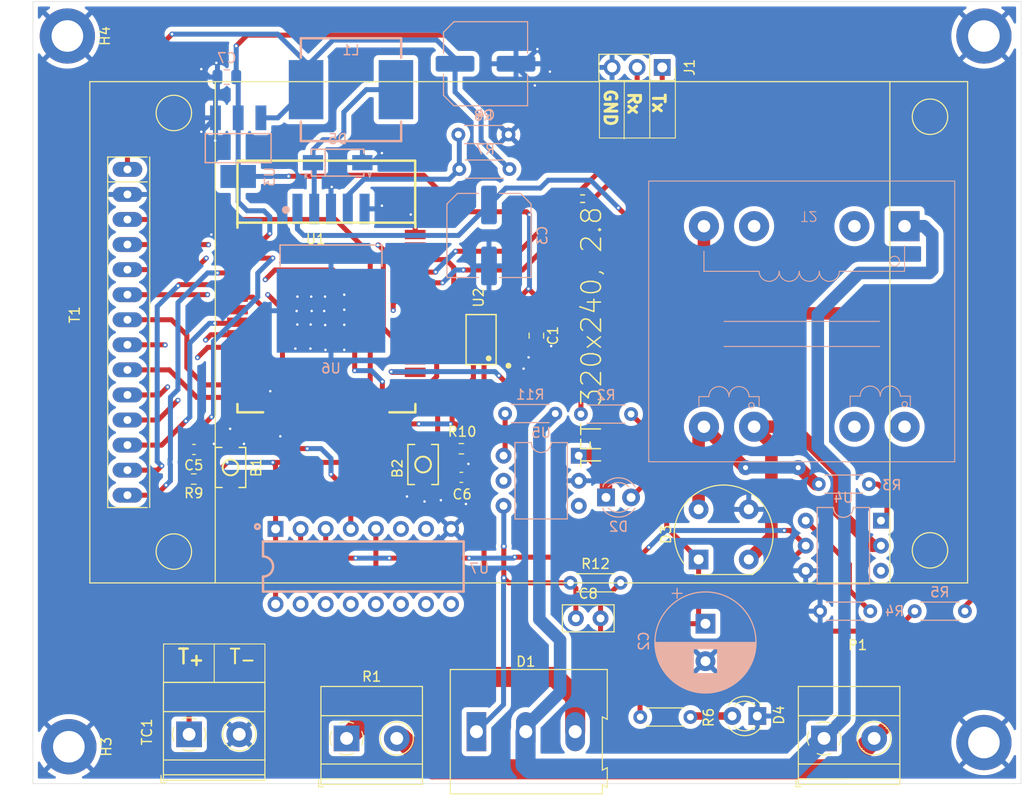
<source format=kicad_pcb>
(kicad_pcb (version 20240108) (generator "pcbnew") (generator_version "8.0")
  (layers (0 "F.Cu" signal) (1 "In1.Cu" signal "espSigal") (2 "In2.Cu" signal "gnd") (31 "B.Cu" signal) (34 "B.Paste" user) (35 "F.Paste" user) (36 "B.SilkS" user "B.Silkscreen") (37 "F.SilkS" user "F.Silkscreen") (38 "B.Mask" user) (39 "F.Mask" user) (44 "Edge.Cuts" user))
  (net 0 "")
  (net 1 "/esp32/EN")
  (net 2 "GND")
  (net 3 "/esp32/Boot")
  (net 4 "+3.3V")
  (net 5 "+12v")
  (net 6 "+5V")
  (net 7 "Fase")
  (net 8 "/modules/shot")
  (net 9 "Net-(D2-A)")
  (net 10 "Net-(D2-K)")
  (net 11 "12_{V_{ac}}")
  (net 12 "12_{NN}")
  (net 13 "Net-(D4-A)")
  (net 14 "Net-(U6-OUT)")
  (net 15 "/esp32/Tx")
  (net 16 "/esp32/Rx")
  (net 17 "Neutro")
  (net 18 "/trigger_Gate")
  (net 19 "Net-(R3-Pad2)")
  (net 20 "Net-(R4-Pad1)")
  (net 21 "Net-(U7-A)")
  (net 22 "Net-(U6-FB)")
  (net 23 "Net-(R11-Pad2)")
  (net 24 "/esp32/MOSI")
  (net 25 "/esp32/T_IRQ")
  (net 26 "/esp32/T_CS")
  (net 27 "/esp32/T_CLK")
  (net 28 "/esp32/MISO")
  (net 29 "/esp32/LED")
  (net 30 "/esp32/D{slash}C")
  (net 31 "/esp32/T_DO")
  (net 32 "/esp32/T_DIN")
  (net 33 "/esp32/CLK")
  (net 34 "/esp32/CS")
  (net 35 "/esp32/RST")
  (net 36 "Net-(TC1-+)")
  (net 41 "/Zero_Cross")
  (net 49 "/esp32/D0")
  (net 51 "/esp32/SCK")
  (net 52 "/esp32/CS_{T}")
  (net 58 "Net-(U7-B)")
  (net 72 "Net-(D1-A1)")
  (footprint "MountingHole:MountingHole_3.2mm_M3_DIN965_Pad" (layer "F.Cu") (at 57.45 123.913 -90)
    (property "Reference" "H3")
    (property "Value" "M3 screw")
  )
  (footprint "TerminalBlock_Phoenix:TerminalBlock_Phoenix_MKDS-1,5-2-5.08_1x02_P5.08mm_Horizontal" (layer "F.Cu") (at 133.93 123.068)
    (property "Reference" "P1")
    (property "Value" "Conn_WallPlug")
  )
  (footprint "Connector_PinSocket_2.54mm:PinSocket_1x03_P2.54mm_Vertical" (layer "F.Cu") (at 117.545 55.07 -90)
    (property "Reference" "J1")
    (property "Value" "UART")
  )
  (footprint "MountingHole:MountingHole_3.2mm_M3_DIN965_Pad" (layer "F.Cu") (at 150.125 123.488 -90)
    (property "Reference" "H2" (hide yes))
    (property "Value" "M3 screw")
  )
  (footprint "Capacitor_SMD:C_0603_1608Metric" (layer "F.Cu") (at 97.2 96.613)
    (property "Reference" "C6")
    (property "Value" "100nF")
  )
  (footprint "Resistor_THT:R_Axial_DIN0204_L3.6mm_D1.6mm_P5.08mm_Horizontal" (layer "F.Cu") (at 120.4 120.9 180)
    (property "Reference" "R6")
    (property "Value" "10K")
  )
  (footprint "Capacitor_SMD:C_0805_2012Metric" (layer "F.Cu") (at 104.8 82.25 -90)
    (property "Reference" "C1")
    (property "Value" "100nF")
  )
  (footprint "TerminalBlock_Phoenix:TerminalBlock_Phoenix_MKDS-1,5-2-5.08_1x02_P5.08mm_Horizontal" (layer "F.Cu") (at 69.6275 122.6565)
    (property "Reference" "TC1")
    (property "Value" "Thermocouple")
  )
  (footprint "MountingHole:MountingHole_3.2mm_M3_DIN965_Pad" (layer "F.Cu") (at 57.3 51.888 -90)
    (property "Reference" "H4")
    (property "Value" "M3 screw" (hide yes))
  )
  (footprint "Resistor_SMD:R_0603_1608Metric" (layer "F.Cu") (at 97.2 93.713 180)
    (property "Reference" "R10")
    (property "Value" "3.3K")
  )
  (footprint "Capacitor_SMD:C_0603_1608Metric" (layer "F.Cu") (at 70.125 93.788)
    (property "Reference" "C5")
    (property "Value" "100nF")
  )
  (footprint "JuanDavid_Library:TFT-320x240" (layer "F.Cu") (at 63.385 81.913 -90)
    (property "Reference" "T1")
    (property "Value" "~")
  )
  (footprint "Diode_THT:Diode_Bridge_Round_D9.8mm" (layer "F.Cu") (at 121.23 104.938 90)
    (property "Reference" "D3")
    (property "Value" "W10G")
  )
  (footprint "LED_THT:LED_D3.0mm" (layer "F.Cu") (at 127.175 120.8 180)
    (property "Reference" "D4")
    (property "Value" "LED")
  )
  (footprint "Resistor_SMD:R_0603_1608Metric" (layer "F.Cu") (at 70.1 96.788 180)
    (property "Reference" "R9")
    (property "Value" "3.3K")
  )
  (footprint "Capacitor_THT:C_Disc_D5.0mm_W2.5mm_P2.50mm" (layer "F.Cu") (at 108.8 110.9)
    (property "Reference" "C8")
    (property "Value" "100n")
  )
  (footprint "TerminalBlock_Phoenix:TerminalBlock_Phoenix_MKDS-1,5-2-5.08_1x02_P5.08mm_Horizontal" (layer "F.Cu") (at 85.58 123.068)
    (property "Reference" "R1")
    (property "Value" "Heater")
  )
  (footprint "JuanDavid_Library:SOIC-8_L4.9-W3.9-P1.27-LS6.0-BL" (layer "F.Cu") (at 99.2 82.65 90)
    (property "Reference" "U2")
    (property "Value" "~")
  )
  (footprint "MountingHole:MountingHole_3.2mm_M3_DIN965_Pad" (layer "F.Cu") (at 150.125 51.888 -90)
    (property "Reference" "H1" (hide yes))
    (property "Value" "M3 screw")
  )
  (footprint "JuanDavid_Library:SW-SMD_L3.9-W2.9-LS4.8" (layer "F.Cu") (at 93.325 95.313 90)
    (property "Reference" "B2")
    (property "Value" "~")
  )
  (footprint "JuanDavid_Library:WIFI-SMD_ESP32-WROOM-32E" (layer "F.Cu") (at 83.525 81.003 -90)
    (property "Reference" "U1")
    (property "Value" "~")
  )
  (footprint "Resistor_THT:R_Axial_DIN0204_L3.6mm_D1.6mm_P5.08mm_Horizontal" (layer "F.Cu") (at 108.25 107.3)
    (property "Reference" "R12")
    (property "Value" "150")
  )
  (footprint "JuanDavid_Library:SW-SMD_L3.9-W2.9-LS4.8" (layer "F.Cu") (at 73.825 95.613 -90)
    (property "Reference" "B1")
    (property "Value" "~")
  )
  (footprint "TerminalBlock:TerminalBlock_Altech_AK300-3_P5.00mm" (layer "F.Cu") (at 98.73 122.388)
    (property "Reference" "D1")
    (property "Value" "Generic_Triac_A1A2G")
  )
  (footprint "JuanDavid_Library:DIP-16_L20.3-W10.2-P2.54-LS10.2-BL" (layer "B.Cu") (at 87.275 105.65)
    (property "Reference" "U7")
    (property "Value" "~")
  )
  (footprint "Package_DIP:DIP-6_W7.62mm" (layer "B.Cu") (at 109.095 94.42 180)
    (property "Reference" "U5")
    (property "Value" "MOC3052M")
  )
  (footprint "Capacitor_THT:CP_Radial_D10.0mm_P3.80mm" (layer "B.Cu") (at 121.925 111.445323 -90)
    (property "Reference" "C2")
    (property "Value" "1000uF")
  )
  (footprint "Resistor_THT:R_Axial_DIN0204_L3.6mm_D1.6mm_P5.08mm_Horizontal" (layer "B.Cu") (at 106.715 90.15 180)
    (property "Reference" "R11")
    (property "Value" "1K")
  )
  (footprint "JuanDavid_Library:AT-010-V" (layer "B.Cu") (at 132.001 80.757)
    (property "Reference" "T2")
    (property "Value" "~")
  )
  (footprint "Capacitor_SMD:C_0805_2012Metric" (layer "B.Cu") (at 73.45 56.05 180)
    (property "Reference" "C7")
    (property "Value" "100nF")
  )
  (footprint "Resistor_THT:R_Axial_DIN0204_L3.6mm_D1.6mm_P5.08mm_Horizontal" (layer "B.Cu") (at 114.39 90.2 180)
    (property "Reference" "R2")
    (property "Value" "220")
  )
  (footprint "Package_DIP:DIP-6_W7.62mm" (layer "B.Cu") (at 139.7 101 180)
    (property "Reference" "U4")
    (property "Value" "H11AA1")
  )
  (footprint "Resistor_THT:R_Axial_DIN0204_L3.6mm_D1.6mm_P5.08mm_Horizontal" (layer "B.Cu") (at 101.975 61.875 180)
    (property "Reference" "R8")
    (property "Value" "3.3K")
  )
  (footprint "Resistor_THT:R_Axial_DIN0204_L3.6mm_D1.6mm_P5.08mm_Horizontal" (layer "B.Cu") (at 148.2 110.175 180)
    (property "Reference" "R5")
    (property "Value" "10K")
  )
  (footprint "Capacitor_SMD:C_Elec_8x6.2" (layer "B.Cu") (at 100 72.1 -90)
    (property "Reference" "C3")
    (property "Value" "470uF")
  )
  (footprint "JuanDavid_Library:SOT-223-3_L6.5-W3.4-P2.30-LS7.0-BR" (layer "B.Cu") (at 74.6 63.15 90)
    (property "Reference" "U3")
    (property "Value" "~")
  )
  (footprint "Capacitor_SMD:C_Elec_8x6.2" (layer "B.Cu") (at 99.65 54.7)
    (property "Reference" "C4")
    (property "Value" "220uF")
  )
  (footprint "LED_THT:LED_D3.0mm" (layer "B.Cu") (at 111.85 98.65)
    (property "Reference" "D2")
    (property "Value" "LED")
  )
  (footprint "JuanDavid_Library:SMA_L4.4-W2.8-LS5.4-R-RD" (layer "B.Cu") (at 84.675 64.725)
    (property "Reference" "D5")
    (property "Value" "~")
  )
  (footprint "JuanDavid_Library:IND-SMD_L10.3-W10.3_1274AS-H-330M" (layer "B.Cu") (at 86.025 57.325 180)
    (property "Reference" "L1")
    (property "Value" "~")
  )
  (footprint "JuanDavid_Library:TO-263-5_L10.2-W8.9-P1.70-BR" (layer "B.Cu") (at 84 74.57 90)
    (property "Reference" "U6")
    (property "Value" "~")
  )
  (footprint "Resistor_THT:R_Axial_DIN0204_L3.6mm_D1.6mm_P5.08mm_Horizontal" (layer "B.Cu") (at 133.4 97.3)
    (property "Reference" "R3")
    (property "Value" "1K")
  )
  (footprint "Resistor_THT:R_Axial_DIN0204_L3.6mm_D1.6mm_P5.08mm_Horizontal" (layer "B.Cu") (at 138.615 110.175 180)
    (property "Reference" "R4")
    (property "Value" "1M")
  )
  (footprint "Resistor_THT:R_Axial_DIN0204_L3.6mm_D1.6mm_P5.08mm_Horizontal" (layer "B.Cu") (at 96.995 65.375)
    (property "Reference" "R7")
    (property "Value" "10K")
  )
  (gr_line (start 72.1735 117.3955) (end 72.1735 113.4985) (stroke (width 0.1)) (layer "F.SilkS"))
  (gr_line (start 116.287 62.23) (end 116.275 56.4) (stroke (width 0.1)) (layer "F.SilkS"))
  (gr_rect (start 67.0395 113.4985) (end 77.3075 117.3955) (stroke (width 0.1)) (fill none) (layer "F.SilkS"))
  (gr_rect (start 111.187 56.4) (end 118.875 62.23) (stroke (width 0.1)) (fill none) (layer "F.SilkS"))
  (gr_line (start 113.705 56.4) (end 113.687 62.33) (stroke (width 0.1)) (layer "F.SilkS"))
  (gr_rect (start 53.809 48.397) (end 153.885 127.645) (stroke (width 0.05)) (fill none) (layer "Edge.Cuts"))
  (gr_text "T_{-}" (at 73.575 115.663 0) (layer "F.SilkS") (effects (font (size 1.5 1.5) (thickness 0.2) (bold yes)) (justify left bottom)))
  (gr_text "Tx\n" (at 116.487 57.555 -90) (layer "F.SilkS") (effects (font (size 1.2 1.2) (thickness 0.3) (bold yes)) (justify left bottom)))
  (gr_text "GND" (at 111.587 57.13 -90) (layer "F.SilkS") (effects (font (size 1.2 1.2) (thickness 0.3) (bold yes)) (justify left bottom)))
  (gr_text "Rx" (at 113.987 57.43 -90) (layer "F.SilkS") (effects (font (size 1.2 1.2) (thickness 0.3) (bold yes)) (justify left bottom)))
  (gr_text "T_{+}" (at 68.325 115.663 0) (layer "F.SilkS") (effects (font (size 1.5 1.5) (thickness 0.25) (bold yes)) (justify left bottom)))
  (segment (start 69.35 93.05) (end 71.9 90.5) (width 0.508) (layer "F.Cu") (net 1))
  (segment (start 69.275 96.788) (end 69.275 93.863) (width 0.508) (layer "F.Cu") (net 1))
  (segment (start 70.4 97.913) (end 69.275 96.788) (width 0.508) (layer "F.Cu") (net 1))
  (segment (start 73.825 97.913) (end 70.4 97.913) (width 0.508) (layer "F.Cu") (net 1))
  (segment (start 69.35 93.788) (end 69.35 93.05) (width 0.508) (layer "F.Cu") (net 1))
  (segment (start 78.1 74.4) (end 74.668 74.4) (width 0.508) (layer "F.Cu") (net 1))
  (segment (start 69.275 93.863) (end 69.35 93.788) (width 0.508) (layer "F.Cu") (net 1))
  (segment (start 74.668 74.4) (end 74.525 74.543) (width 0.508) (layer "F.Cu") (net 1))
  (via (at 71.9 90.5) (size 0.508) (drill 0.254) (layers "F.Cu" "B.Cu") (net 1))
  (via (at 78.1 74.4) (size 0.508) (drill 0.254) (layers "F.Cu" "B.Cu") (net 1))
  (segment (start 72.1 82.822369) (end 76.581 78.341369) (width 0.508) (layer "B.Cu") (net 1))
  (segment (start 72.1 90.3) (end 72.1 82.822369) (width 0.508) (layer "B.Cu") (net 1))
  (segment (start 71.9 90.5) (end 72.1 90.3) (width 0.508) (layer "B.Cu") (net 1))
  (segment (start 76.581 78.341369) (end 76.581 75.919) (width 0.508) (layer "B.Cu") (net 1))
  (segment (start 76.581 75.919) (end 78.1 74.4) (width 0.508) (layer "B.Cu") (net 1))
  (segment (start 74.525 72.003) (end 71.888 72.003) (width 0.508) (layer "F.Cu") (net 2))
  (segment (start 101.97 83.28) (end 102.838 83.28) (width 0.508) (layer "F.Cu") (net 2))
  (segment (start 75.089 93.313) (end 75.184 93.218) (width 0.508) (layer "F.Cu") (net 2))
  (segment (start 104.8 83.2) (end 106.187 83.2) (width 0.508) (layer "F.Cu") (net 2))
  (segment (start 97.975 99.002) (end 97.663 99.314) (width 0.508) (layer "F.Cu") (net 2))
  (segment (start 93.325 97.613) (end 93.325 98.913) (width 0.508) (layer "F.Cu") (net 2))
  (segment (start 93.325 97.613) (end 92.633 97.613) (width 0.508) (layer "F.Cu") (net 2))
  (segment (start 97.975 95.308) (end 97.917 95.25) (width 0.508) (layer "F.Cu") (net 2))
  (segment (start 97.975 96.613) (end 97.975 95.308) (width 0.508) (layer "F.Cu") (net 2))
  (segment (start 93.325 97.613) (end 93.803 97.613) (width 0.508) (layer "F.Cu") (net 2))
  (segment (start 77.815 91.404) (end 78.867 92.456) (width 0.508) (layer "F.Cu") (net 2))
  (segment (start 73.825 93.313) (end 73.825 91.732) (width 0.508) (layer "F.Cu") (net 2))
  (segment (start 102.838 83.28) (end 104.013 84.455) (width 0.508) (layer "F.Cu") (net 2))
  (segment (start 77.815 90.003) (end 77.815 87.92) (width 0.508) (layer "F.Cu") (net 2))
  (segment (start 106.187 83.2) (end 106.299 83.312) (width 0.508) (layer "F.Cu") (net 2))
  (segment (start 77.815 87.92) (end 77.851 87.884) (width 0.508) (layer "F.Cu") (net 2))
  (segment (start 92.525 70.427) (end 92.075 69.977) (width 0.508) (layer "F.Cu") (net 2))
  (segment (start 92.525 72.003) (end 92.525 70.427) (width 0.508) (layer "F.Cu") (net 2))
  (segment (start 71.888 72.003) (end 71.882 72.009) (width 0.508) (layer "F.Cu") (net 2))
  (segment (start 93.325 98.913) (end 93.472 99.06) (width 0.508) (layer "F.Cu") (net 2))
  (segment (start 93.803 97.613) (end 95.123 98.933) (width 0.508) (layer "F.Cu") (net 2))
  (segment (start 70.9 93.788) (end 71.566 93.788) (width 0.508) (layer "F.Cu") (net 2))
  (segment (start 73.825 93.313) (end 75.089 93.313) (width 0.508) (layer "F.Cu") (net 2))
  (segment (start 101.97 84.56) (end 102.467 84.56) (width 0.508) (layer "F.Cu") (net 2))
  (segment (start 102.467 84.56) (end 103.505 85.598) (width 0.508) (layer "F.Cu") (net 2))
  (segment (start 71.566 93.788) (end 72.136 93.218) (width 0.508) (layer "F.Cu") (net 2))
  (segment (start 77.815 90.003) (end 77.815 91.404) (width 0.508) (layer "F.Cu") (net 2))
  (segment (start 92.633 97.613) (end 91.694 98.552) (width 0.508) (layer "F.Cu") (net 2))
  (segment (start 97.975 96.613) (end 97.975 99.002) (width 0.508) (layer "F.Cu") (net 2))
  (segment (start 73.825 91.732) (end 73.787 91.694) (width 0.508) (layer "F.Cu") (net 2))
  (via (at 104.013 84.455) (size 0.508) (drill 0.254) (layers "F.Cu" "B.Cu") (net 2))
  (via (at 83.4136 81.1784) (size 0.508) (drill 0.254) (layers "F.Cu" "B.Cu") (net 2))
  (via (at 71.882 72.009) (size 0.508) (drill 0.254) (layers "F.Cu" "B.Cu") (net 2))
  (via (at 89.154 69.088) (size 0.508) (drill 0.254) (layers "F.Cu" "B.Cu") (net 2))
  (via (at 83.439 83.693) (size 0.508) (drill 0.254) (layers "F.Cu" "B.Cu") (net 2))
  (via (at 85.344 79.629) (size 0.508) (drill 0.254) (layers "F.Cu" "B.Cu") (net 2))
  (via (at 97.663 99.314) (size 0.508) (drill 0.254) (layers "F.Cu" "B.Cu") (net 2))
  (via (at 72.39 54.61) (size 0.508) (drill 0.254) (layers "F.Cu" "B.Cu") (net 2))
  (via (at 85.344 83.693) (size 0.508) (drill 0.254) (layers "F.Cu" "B.Cu") (net 2))
  (via (at 83.312 79.756) (size 0.508) (drill 0.254) (layers "F.Cu" "B.Cu") (net 2))
  (via (at 82.042 79.756) (size 0.508) (drill 0.254) (layers "F.Cu" "B.Cu") (net 2))
  (via (at 103.505 85.598) (size 0.508) (drill 0.254) (layers "F.Cu" "B.Cu") (net 2))
  (via (at 72.263 62.484) (size 0.508) (drill 0.254) (layers "F.Cu" "B.Cu") (net 2))
  (via (at 75.184 93.218) (size 0.508) (drill 0.254) (layers "F.Cu" "B.Cu") (net 2))
  (via (at 83.4 78.3) (size 0.508) (drill 0.254) (layers "F.Cu" "B.Cu") (net 2))
  (via (at 89.154 63.754) (size 0.508) (drill 0.254) (layers "F.Cu" "B.Cu") (net 2))
  (via (at 81.915 83.566) (size 0.508) (drill 0.254) (layers "F.Cu" "B.Cu") (net 2))
  (via (at 81.9404 81.1276) (size 0.508) (drill 0.254) (layers "F.Cu" "B.Cu") (net 2))
  (via (at 84.074 67.183) (size 0.508) (drill 0.254) (layers "F.Cu" "B.Cu") (net 2))
  (via (at 80.391 83.566) (size 0.508) (drill 0.254) (layers "F.Cu" "B.Cu") (net 2))
  (via (at 80.5942 81.1276) (size 0.508) (drill 0.254) (layers "F.Cu" "B.Cu") (net 2))
  (via (at 91.694 98.552) (size 0.508) (drill 0.254) (layers "F.Cu" "B.Cu") (net 2))
  (via (at 80.518 79.756) (size 0.508) (drill 0.254) (layers "F.Cu" "B.Cu") (net 2))
  (via (at 77.851 87.884) (size 0.508) (drill 0.254) (layers "F.Cu" "B.Cu") (net 2))
  (via (at 106.172 55.499) (size 0.508) (drill 0.254) (layers "F.Cu" "B.Cu") (net 2))
  (via (at 97.917 95.25) (size 0.508) (drill 0.254) (layers "F.Cu" "B.Cu") (net 2))
  (via (at 104.902 53.213) (size 0.508) (drill 0.254) (layers "F.Cu" "B.Cu") (net 2))
  (via (at 106.299 83.312) (size 0.508) (drill 0.254) (layers "F.Cu" "B.Cu") (net 2))
  (via (at 104.648 56.896) (size 0.508) (drill 0.254) (layers "F.Cu" "B.Cu") (net 2))
  (via (at 72.136 93.218) (size 0.508) (drill 0.254) (layers "F.Cu" "B.Cu") (net 2))
  (via (at 70.866 61.595) (size 0.508) (drill 0.254) (layers "F.Cu" "B.Cu") (net 2))
  (via (at 93.472 99.06) (size 0.508) (drill 0.254) (layers "F.Cu" "B.Cu") (net 2))
  (via (at 73.787 91.694) (size 0.508) (drill 0.254) (layers "F.Cu" "B.Cu") (net 2))
  (via (at 92.075 69.977) (size 0.508) (drill 0.254) (layers "F.Cu" "B.Cu") (net 2))
  (via (at 70.866 55.245) (size 0.508) (drill 0.254) (layers "F.Cu" "B.Cu") (net 2))
  (via (at 85.344 81.153) (size 0.508) (drill 0.254) (layers "F.Cu" "B.Cu") (net 2))
  (via (at 85.344 78.105) (size 0.508) (drill 0.254) (layers "F.Cu" "B.Cu") (net 2))
  (via (at 78.867 92.456) (size 0.508) (drill 0.254) (layers "F.Cu" "B.Cu") (net 2))
  (via (at 95.123 98.933) (size 0.508) (drill 0.254) (layers "F.Cu" "B.Cu") (net 2))
  (via (at 82 78.3) (size 0.508) (drill 0.254) (layers "F.Cu" "B.Cu") (net 2))
  (via (at 80.6 78.3) (size 0.508) (drill 0.254) (layers "F.Cu" "B.Cu") (net 2))
  (segment (start 72.3 60.18) (end 72.3 62.447) (width 0.508) (layer "B.Cu") (net 2))
  (segment (start 105.373 54.7) (end 106.172 55.499) (width 0.508) (layer "B.Cu") (net 2))
  (segment (start 88.183 64.725) (end 89.154 63.754) (width 0.508) (layer "B.Cu") (net 2))
  (segment (start 102.7375 54.7) (end 105.373 54.7) (width 0.508) (layer "B.Cu") (net 2))
  (segment (start 72.281 60.18) (end 70.866 61.595) (width 0.508) (layer "B.Cu") (net 2))
  (segment (start 72.5 54.72) (end 72.39 54.61) (width 0.508) (layer "B.Cu") (net 2))
  (segment (start 72.5 56.05) (end 72.5 54.72) (width 0.508) (layer "B.Cu") (net 2))
  (segment (start 102.7375 54.7) (end 103.415 54.7) (width 0.508) (layer "B.Cu") (net 2))
  (segment (start 84 69.41) (end 84 67.257) (width 0.508) (layer "B.Cu") (net 2))
  (segment (start 71.671 56.05) (end 70.866 55.245) (width 0.508) (layer "B.Cu") (net 2))
  (segment (start 84 67.257) (end 84.074 67.183) (width 0.508) (layer "B.Cu") (net 2))
  (segment (start 72.3 60.18) (end 72.281 60.18) (width 0.508) (layer "B.Cu") (net 2))
  (segment (start 102.7375 54.9855) (end 104.648 56.896) (width 0.508) (layer "B.Cu") (net 2))
  (segment (start 102.7375 54.7) (end 102.7375 54.9855) (width 0.508) (layer "B.Cu") (net 2))
  (segment (start 87.4 69.41) (end 88.832 69.41) (width 0.508) (layer "B.Cu") (net 2))
  (segment (start 72.3 62.447) (end 72.263 62.484) (width 0.508) (layer "B.Cu") (net 2))
  (segment (start 103.415 54.7) (end 104.902 53.213) (width 0.508) (layer "B.Cu") (net 2))
  (segment (start 88.832 69.41) (end 89.154 69.088) (width 0.508) (layer "B.Cu") (net 2))
  (segment (start 87.175 64.725) (end 88.183 64.725) (width 0.508) (layer "B.Cu") (net 2))
  (segment (start 72.5 56.05) (end 71.671 56.05) (width 0.508) (layer "B.Cu") (net 2))
  (segment (start 95.1 93.013) (end 95.675 93.013) (width 0.508) (layer "F.Cu") (net 3))
  (segment (start 95.1 93.013) (end 94.8 92.713) (width 0.508) (layer "F.Cu") (net 3))
  (segment (start 94.8 88.9) (end 94.413 88.513) (width 0.508) (layer "F.Cu") (net 3))
  (segment (start 94.8 92.713) (end 94.8 88.9) (width 0.508) (layer "F.Cu") (net 3))
  (segment (start 94.413 88.513) (end 92.525 88.513) (width 0.508) (layer "F.Cu") (net 3))
  (segment (start 96.375 93.713) (end 96.375 96.563) (width 0.508) (layer "F.Cu") (net 3))
  (segment (start 93.325 93.013) (end 95.1 93.013) (width 0.508) (layer "F.Cu") (net 3))
  (segment (start 95.675 93.013) (end 96.375 93.713) (width 0.508) (layer "F.Cu") (net 3))
  (segment (start 96.375 96.563) (end 96.425 96.613) (width 0.508) (layer "F.Cu") (net 3))
  (segment (start 83.767 66) (end 91.8 66) (width 0.508) (layer "F.Cu") (net 4))
  (segment (start 101.97 80.75) (end 99.59 80.75) (width 0.508) (layer "F.Cu") (net 4))
  (segment (start 78.385 101.84) (end 78.385 95.385) (width 0.508) (layer "F.Cu") (net 4))
  (segment (start 77.8 71.9) (end 76.427 73.273) (width 0.508) (layer "F.Cu") (net 4))
  (segment (start 104.8 78.3) (end 104 77.5) (width 0.508) (layer "F.Cu") (net 4))
  (segment (start 96.266 88.773) (end 96.266 91.2) (width 0.508) (layer "F.Cu") (net 4))
  (segment (start 96.1 91.2) (end 96.266 91.2) (width 0.508) (layer "F.Cu") (net 4))
  (segment (start 98.425 86.614) (end 96.266 88.773) (width 0.508) (layer "F.Cu") (net 4))
  (segment (start 103.7 69.7) (end 103.8 69.7) (width 0.508) (layer "F.Cu") (net 4))
  (segment (start 83.667 66.1) (end 83.767 66) (width 0.508) (layer "F.Cu") (net 4))
  (segment (start 98.425 81.915) (end 98.425 86.614) (width 0.508) (layer "F.Cu") (net 4))
  (segment (start 101.97 79.53) (end 101.97 80.75) (width 0.508) (layer "F.Cu") (net 4))
  (segment (start 78.385 101.84) (end 78.385 109.46) (width 0.508) (layer "F.Cu") (net 4))
  (segment (start 151.5 106.4) (end 148.2 109.7) (width 0.508) (layer "F.Cu") (net 4))
  (segment (start 70.925 96.788) (end 71.812 96.788) (width 0.508) (layer "F.Cu") (net 4))
  (segment (start 141.8 51.8) (end 151.5 61.5) (width 0.508) (layer "F.Cu") (net 4))
  (segment (start 74.4 52.9) (end 75.5 51.8) (width 0.508) (layer "F.Cu") (net 4))
  (segment (start 98.025 92.625) (end 98.025 93.713) (width 0.508) (layer "F.Cu") (net 4))
  (segment (start 90.2 92.4) (end 91.4 91.2) (width 0.508) (layer "F.Cu") (net 4))
  (segment (start 71.812 96.788) (end 73.5 95.1) (width 0.508) (layer "F.Cu") (net 4))
  (segment (start 87.5 95.1) (end 90.2 92.4) (width 0.508) (layer "F.Cu") (net 4))
  (segment (start 104 77.5) (end 101.97 79.53) (width 0.508) (layer "F.Cu") (net 4))
  (segment (start 78.385 95.385) (end 78.1 95.1) (width 0.508) (layer "F.Cu") (net 4))
  (segment (start 76.427 73.273) (end 74.525 73.273) (width 0.508) (layer "F.Cu") (net 4))
  (segment (start 91.4 91.2) (end 92.9 91.2) (width 0.508) (layer "F.Cu") (net 4))
  (segment (start 96.266 91.2) (end 96.6 91.2) (width 0.508) (layer "F.Cu") (net 4))
  (segment (start 99.59 80.75) (end 98.425 81.915) (width 0.508) (layer "F.Cu") (net 4))
  (segment (start 78.1 95.1) (end 87.5 95.1) (width 0.508) (layer "F.Cu") (net 4))
  (segment (start 79.7 66.1) (end 83.667 66.1) (width 0.508) (layer "F.Cu") (net 4))
  (segment (start 97.1 69.7) (end 103.7 69.7) (width 0.508) (layer "F.Cu") (net 4))
  (segment (start 148.2 109.7) (end 148.2 110.175) (width 0.508) (layer "F.Cu") (net 4))
  (segment (start 104.8 81.3) (end 104.8 78.3) (width 0.508) (layer "F.Cu") (net 4))
  (segment (start 96.6 91.2) (end 98.025 92.625) (width 0.508) (layer "F.Cu") (net 4))
  (segment (start 93.7 66.3) (end 97.1 69.7) (width 0.508) (layer "F.Cu") (net 4))
  (segment (start 151.5 61.5) (end 151.5 106.4) (width 0.508) (layer "F.Cu") (net 4))
  (segment (start 93.4 66) (end 93.7 66.3) (width 0.508) (layer "F.Cu") (net 4))
  (segment (start 103.8 69.7) (end 104.1 70) (width 0.508) (layer "F.Cu") (net 4))
  (segment (start 91.8 66) (end 93.4 66) (width 0.508) (layer "F.Cu") (net 4))
  (segment (start 75.5 51.8) (end 141.8 51.8) (width 0.508) (layer "F.Cu") (net 4))
  (via (at 96.1 91.2) (size 0.508) (drill 0.254) (layers "F.Cu" "B.Cu") (net 4))
  (via (at 92.9 91.2) (size 0.508) (drill 0.254) (layers "F.Cu" "B.Cu") (net 4))
  (via (at 104 77.5) (size 0.508) (drill 0.254) (layers "F.Cu" "B.Cu") (net 4))
  (via (at 73.5 95.1) (size 0.508) (drill 0.254) (layers "F.Cu" "B.Cu") (net 4))
  (via (at 104.1 70) (size 0.508) (drill 0.254) (layers "F.Cu" "B.Cu") (net 4))
  (via (at 74.4 52.9) (size 0.508) (drill 0.254) (layers "F.Cu" "B.Cu") (net 4))
  (via (at 79.7 66.1) (size 0.508) (drill 0.254) (layers "F.Cu" "B.Cu") (net 4))
  (via (at 78.1 95.1) (size 0.508) (drill 0.254) (layers "F.Cu" "B.Cu") (net 4))
  (via (at 77.8 71.9) (size 0.508) (drill 0.254) (layers "F.Cu" "B.Cu") (net 4))
  (segment (start 92.9 91.2) (end 96.1 91.2) (width 0.508) (layer "B.Cu") (net 4))
  (segment (start 74.6 68.7) (end 75.5 69.6) (width 0.508) (layer "B.Cu") (net 4))
  (segment (start 74.6 66.12) (end 79.68 66.12) (width 0.508) (layer "B.Cu") (net 4))
  (segment (start 77.8 70.2) (end 77.8 71.9) (width 0.508) (layer "B.Cu") (net 4))
  (segment (start 75.5 69.6) (end 77.2 69.6) (width 0.508) (layer "B.Cu") (net 4))
  (segment (start 74.6 60.18) (end 74.6 56.25) (width 0.508) (layer "B.Cu") (net 4))
  (segment (start 104.1 70) (end 104.1 77.4) (width 0.508) (layer "B.Cu") (net 4))
  (segment (start 104.1 77.4) (end 104 77.5) (width 0.508) (layer "B.Cu") (net 4))
  (segment (start 79.68 66.12) (end 79.7 66.1) (width 0.508) (layer "B.Cu") (net 4))
  (segment (start 74.6 56.25) (end 74.4 56.05) (width 0.508) (layer "B.Cu") (net 4))
  (segment (start 74.4 52.9) (end 74.4 56.05) (width 0.508) (layer "B.Cu") (net 4))
  (segment (start 74.6 66.12) (end 74.6 68.7) (width 0.508) (layer "B.Cu") (net 4))
  (segment (start 73.5 95.1) (end 78.1 95.1) (width 0.508) (layer "B.Cu") (net 4))
  (segment (start 77.2 69.6) (end 77.8 70.2) (width 0.508) (layer "B.Cu") (net 4))
  (segment (start 74.6 66.12) (end 74.6 60.18) (width 0.508) (layer "B.Cu") (net 4))
  (segment (start 121.23 104.938) (end 118 101.708) (width 0.508) (layer "F.Cu") (net 5))
  (segment (start 115.3 120.88) (end 115.3 115.5) (width 0.508) (layer "F.Cu") (net 5))
  (segment (start 115.3 115.5) (end 119.354677 111.445323) (width 0.508) (layer "F.Cu") (net 5))
  (segment (start 119.354677 111.445323) (end 121.925 111.445323) (width 0.508) (layer "F.Cu") (net 5))
  (segment (start 115.32 120.9) (end 115.3 120.88) (width 0.508) (layer "F.Cu") (net 5))
  (segment (start 118 101.708) (end 118 86.5) (width 0.508) (layer "F.Cu") (net 5))
  (segment (start 121.23 110.750323) (end 121.925 111.445323) (width 0.508) (layer "F.Cu") (net 5))
  (segment (start 118 74.2) (end 113.1 69.3) (width 0.508) (layer "F.Cu") (net 5))
  (segment (start 118 86.5) (end 118 74.2) (width 0.508) (layer "F.Cu") (net 5))
  (segment (start 121.23 104.938) (end 121.23 110.750323) (width 0.508) (layer "F.Cu") (net 5))
  (via (at 113.1 69.3) (size 0.508) (drill 0.254) (layers "F.Cu" "B.Cu") (net 5))
  (segment (start 106 66.5) (end 105.2 67.3) (width 0.508) (layer "B.Cu") (net 5))
  (segment (start 101.7125 67.3) (end 100 69.0125) (width 0.508) (layer "B.Cu") (net 5))
  (segment (start 113.1 69.3) (end 110.3 66.5) (width 0.508) (layer "B.Cu") (net 5))
  (segment (start 96.9125 72.1) (end 81.242 72.1) (width 0.508) (layer "B.Cu") (net 5))
  (segment (start 100 69.0125) (end 96.9125 72.1) (width 0.508) (layer "B.Cu") (net 5))
  (segment (start 110.3 66.5) (end 106 66.5) (width 0.508) (layer "B.Cu") (net 5))
  (segment (start 81.242 72.1) (end 80.6 71.458) (width 0.508) (layer "B.Cu") (net 5))
  (segment (start 105.2 67.3) (end 101.7125 67.3) (width 0.508) (layer "B.Cu") (net 5))
  (segment (start 80.6 71.458) (end 80.6 69.41) (width 0.508) (layer "B.Cu") (net 5))
  (segment (start 67.9 51.7) (end 63.385 56.215) (width 0.508) (layer "F.Cu") (net 6))
  (segment (start 63.385 56.215) (end 63.385 65.403) (width 0.508) (layer "F.Cu") (net 6))
  (via (at 67.9 51.7) (size 0.508) (drill 0.254) (layers "F.Cu" "B.Cu") (net 6))
  (segment (start 102.075 65.375) (end 99.2 62.5) (width 0.508) (layer "B.Cu") (net 6))
  (segment (start 84.2 52.3) (end 81.475 55.025) (width 0.508) (layer "B.Cu") (net 6))
  (segment (start 99.2 62.5) (end 99.2 60.2) (width 0.508) (layer "B.Cu") (net 6))
  (segment (start 81.475 55.025) (end 81.475 57.325) (width 0.508) (layer "B.Cu") (net 6))
  (segment (start 96.5625 57.5625) (end 96.5625 54.7) (width 0.508) (layer "B.Cu") (net 6))
  (segment (start 78.6 51.7) (end 67.9 51.7) (width 0.508) (layer "B.Cu") (net 6))
  (segment (start 78.62 60.18) (end 81.475 57.325) (width 0.508) (layer "B.Cu") (net 6))
  (segment (start 81.475 54.575) (end 78.6 51.7) (width 0.508) (layer "B.Cu") (net 6))
  (segment (start 94.7 52.3) (end 84.2 52.3) (width 0.508) (layer "B.Cu") (net 6))
  (segment (start 81.475 57.325) (end 81.475 54.575) (width 0.508) (layer "B.Cu") (net 6))
  (segment (start 96.5625 54.1625) (end 94.7 52.3) (width 0.508) (layer "B.Cu") (net 6))
  (segment (start 76.9 60.18) (end 78.62 60.18) (width 0.508) (layer "B.Cu") (net 6))
  (segment (start 99.2 60.2) (end 96.5625 57.5625) (width 0.508) (layer "B.Cu") (net 6))
  (segment (start 96.5625 54.7) (end 96.5625 54.1625) (width 0.508) (layer "B.Cu") (net 6))
  (segment (start 137.5 75.9) (end 144.6 75.9) (width 1.27) (layer "B.Cu") (net 7))
  (segment (start 103.7 125.7) (end 103.7 122.418) (width 2.032) (layer "B.Cu") (net 7))
  (segment (start 103.73 121.87) (end 107.2 118.4) (width 1.27) (layer "B.Cu") (net 7))
  (segment (start 136 96.2) (end 133.3 93.5) (width 1.27) (layer "B.Cu") (net 7))
  (segment (start 107.2 113.1) (end 105.1 111) (width 1.27) (layer "B.Cu") (net 7))
  (segment (start 136 120.998) (end 136 96.2) (width 1.27) (layer "B.Cu") (net 7))
  (segment (start 103.7 125.7) (end 104.129 126.129) (width 2.032) (layer "B.Cu") (net 7))
  (segment (start 104.129 126.129) (end 130.869 126.129) (width 2.032) (layer "B.Cu") (net 7))
  (segment (start 144.9 75.6) (end 144.9 72) (width 1.27) (layer "B.Cu") (net 7))
  (segment (start 106.715 90.15) (end 105.1 91.765) (width 1.27) (layer "B.Cu") (net 7))
  (segment (start 133.93 123.068) (end 136 120.998) (width 1.27) (layer "B.Cu") (net 7))
  (segment (start 133.3 80.1) (end 137.5 75.9) (width 1.27) (layer "B.Cu") (net 7))
  (segment (start 103.7 122.418) (end 103.73 122.388) (width 1.27) (layer "B.Cu") (net 7))
  (segment (start 105.1 91.765) (end 105.1 111) (width 1.27) (layer "B.Cu") (net 7))
  (segment (start 130.869 126.129) (end 133.93 123.068) (width 2.032) (layer "B.Cu") (net 7))
  (segment (start 107.2 118.4) (end 107.2 113.1) (width 1.27) (layer "B.Cu") (net 7))
  (segment (start 144.061 71.161) (end 142.089 71.161) (width 1.27) (layer "B.Cu") (net 7))
  (segment (start 103.73 122.388) (end 103.73 121.87) (width 1.27) (layer "B.Cu") (net 7))
  (segment (start 144.9 72) (end 144.061 71.161) (width 1.27) (layer "B.Cu") (net 7))
  (segment (start 144.6 75.9) (end 144.9 75.6) (width 1.27) (layer "B.Cu") (net 7))
  (segment (start 133.3 93.5) (end 133.3 80.1) (width 1.27) (layer "B.Cu") (net 7))
  (segment (start 108.8 110.9) (end 108.8 107.85) (width 0.508) (layer "F.Cu") (net 8))
  (segment (start 108.8 107.85) (end 108.25 107.3) (width 0.508) (layer "F.Cu") (net 8))
  (segment (start 101.5 106.8) (end 101.5 103.6) (width 0.508) (layer "F.Cu") (net 8))
  (segment (start 102 107.3) (end 101.5 106.8) (width 0.508) (layer "F.Cu") (net 8))
  (segment (start 108.25 107.3) (end 102 107.3) (width 0.508) (layer "F.Cu") (net 8))
  (via (at 101.5 103.6) (size 0.6) (drill 0.3) (layers "F.Cu" "B.Cu") (net 8))
  (via (at 101.5 106.8) (size 0.6) (drill 0.3) (layers "F.Cu" "B.Cu") (net 8))
  (segment (start 101.5 103.6) (end 101.5 99.525) (width 0.508) (layer "B.Cu") (net 8))
  (segment (start 101.5 99.525) (end 101.475 99.5) (width 0.508) (layer "B.Cu") (net 8))
  (segment (start 101.475 106.825) (end 101.5 106.8) (width 0.508) (layer "B.Cu") (net 8))
  (segment (start 101.475 119.643) (end 101.475 106.825) (width 0.508) (layer "B.Cu") (net 8))
  (segment (start 101.475 119.643) (end 98.73 122.388) (width 0.508) (layer "B.Cu") (net 8))
  (segment (start 115.951 91.821) (end 115.951 91.761) (width 0.508) (layer "F.Cu") (net 9))
  (segment (start 115.951 91.761) (end 114.39 90.2) (width 0.508) (layer "F.Cu") (net 9))
  (segment (start 116.078 91.948) (end 115.951 91.821) (width 0.508) (layer "F.Cu") (net 9))
  (segment (start 114.39 98.65) (end 116.078 96.962) (width 0.508) (layer "F.Cu") (net 9))
  (segment (start 116.078 96.962) (end 116.078 91.948) (width 0.508) (layer "F.Cu") (net 9))
  (segment (start 109.095 94.42) (end 110.32 94.42) (width 1.27) (layer "F.Cu") (net 10))
  (segment (start 110.32 94.42) (end 111.85 95.95) (width 1.27) (layer "F.Cu") (net 10))
  (segment (start 111.85 95.95) (end 111.85 98.65) (width 1.27) (layer "F.Cu") (net 10))
  (segment (start 125.888 95.6) (end 121.769 91.481) (width 1.27) (layer "F.Cu") (net 11))
  (segment (start 126 95.6) (end 125.984 95.631) (width 1.27) (layer "F.Cu") (net 11))
  (segment (start 121.23 92.02) (end 121.769 91.481) (width 1.27) (layer "F.Cu") (net 11))
  (segment (start 121.23 99.858) (end 121.23 92.02) (width 1.27) (layer "F.Cu") (net 11))
  (segment (start 125.984 95.631) (end 125.888 95.6) (width 1.27) (layer "F.Cu") (net 11))
  (segment (start 133.4 97.3) (end 133.1 97.3) (width 1.27) (layer "F.Cu") (net 11))
  (segment (start 133.1 97.3) (end 131.4 95.6) (width 1.27) (layer "F.Cu") (net 11))
  (via (at 125.984 95.631) (size 1.524) (drill 0.508) (layers "F.Cu" "B.Cu") (net 11))
  (via (at 131.318 95.631) (size 1.524) (drill 0.508) (layers "F.Cu" "B.Cu") (net 11))
  (segment (start 131.287 95.6) (end 126 95.6) (width 1.27) (layer "B.Cu") (net 11))
  (segment (start 131.349 95.6) (end 131.318 95.631) (width 0.508) (layer "B.Cu") (net 11))
  (segment (start 131.318 95.631) (end 131.287 95.6) (width 1.27) (layer "B.Cu") (net 11))
  (segment (start 131.4 95.6) (end 131.349 95.6) (width 0.508) (layer "B.Cu") (net 11))
  (segment (start 135.4 96.1) (end 130.781 91.481) (width 1.27) (layer "F.Cu") (net 12))
  (segment (start 139.7 103.54) (end 138.84 103.54) (width 1.27) (layer "F.Cu") (net 12))
  (segment (start 126.849 91.481) (end 128.6 93.232) (width 1.27) (layer "F.Cu") (net 12))
  (segment (start 128.6 102.648) (end 126.31 104.938) (width 1.27) (layer "F.Cu") (net 12))
  (segment (start 130.781 91.481) (end 126.849 91.481) (width 1.27) (layer "F.Cu") (net 12))
  (segment (start 135.4 100.1) (end 135.4 96.1) (width 1.27) (layer "F.Cu") (net 12))
  (segment (start 138.84 103.54) (end 135.4 100.1) (width 1.27) (layer "F.Cu") (net 12))
  (segment (start 128.6 93.232) (end 128.6 102.648) (width 1.27) (layer "F.Cu") (net 12))
  (segment (start 120.5 120.8) (end 120.4 120.9) (width 0.762) (layer "F.Cu") (net 13))
  (segment (start 124.635 120.8) (end 120.5 120.8) (width 0.762) (layer "F.Cu") (net 13))
  (segment (start 85.3 61.7) (end 85.3 59.6) (width 0.508) (layer "B.Cu") (net 14))
  (segment (start 82.3 64.85) (end 82.175 64.725) (width 0.508) (layer "B.Cu") (net 14))
  (segment (start 82.175 64.725) (end 82.175 63.425) (width 0.508) (layer "B.Cu") (net 14))
  (segment (start 87.575 57.325) (end 90.575 57.325) (width 0.508) (layer "B.Cu") (net 14))
  (segment (start 85.3 59.6) (end 87.575 57.325) (width 0.508) (layer "B.Cu") (net 14))
  (segment (start 82.175 63.425) (end 83.2 62.4) (width 0.508) (layer "B.Cu") (net 14))
  (segment (start 82.3 69.41) (end 82.3 64.85) (width 0.508) (layer "B.Cu") (net 14))
  (segment (start 83.2 62.4) (end 84.6 62.4) (width 0.508) (layer "B.Cu") (net 14))
  (segment (start 84.6 62.4) (end 85.3 61.7) (width 0.508) (layer "B.Cu") (net 14))
  (segment (start 95.3 76.9) (end 92.708 76.9) (width 0.508) (layer "F.Cu") (net 15))
  (segment (start 103.4 75.6) (end 97.4 75.6) (width 0.508) (layer "F.Cu") (net 15))
  (segment (start 117.545 55.07) (end 117.545 61.455) (width 0.508) (layer "F.Cu") (net 15))
  (segment (start 117.545 61.455) (end 103.4 75.6) (width 0.508) (layer "F.Cu") (net 15))
  (segment (start 92.708 76.9) (end 92.525 77.083) (width 0.508) (layer "F.Cu") (net 15))
  (via (at 95.3 76.9) (size 0.508) (drill 0.254) (layers "F.Cu" "B.Cu") (net 15))
  (via (at 97.4 75.6) (size 0.508) (drill 0.254) (layers "F.Cu" "B.Cu") (net 15))
  (segment (start 96.6 75.6) (end 95.3 76.9) (width 0.508) (layer "B.Cu") (net 15))
  (segment (start 97.4 75.6) (end 96.6 75.6) (width 0.508) (layer "B.Cu") (net 15))
  (segment (start 96.6 73.7) (end 103.1 73.7) (width 0.508) (layer "F.Cu") (net 16))
  (segment (start 92.525 75.813) (end 94.587 75.813) (width 0.508) (layer "F.Cu") (net 16))
  (segment (start 103.1 73.7) (end 115.005 61.795) (width 0.508) (layer "F.Cu") (net 16))
  (segment (start 115.005 61.795) (end 115.005 55.07) (width 0.508) (layer "F.Cu") (net 16))
  (segment (start 94.587 75.813) (end 94.6 75.8) (width 0.508) (layer "F.Cu") (net 16))
  (via (at 94.6 75.8) (size 0.508) (drill 0.254) (layers "F.Cu" "B.Cu") (net 16))
  (via (at 96.6 73.7) (size 0.508) (drill 0.254) (layers "F.Cu" "B.Cu") (net 16))
  (segment (start 94.6 75.7) (end 96.6 73.7) (width 0.508) (layer "B.Cu") (net 16))
  (segment (start 94.6 75.8) (end 94.6 75.7) (width 0.508) (layer "B.Cu") (net 16))
  (segment (start 135.878 126.2) (end 139.01 123.068) (width 2.032) (layer "F.Cu") (net 17))
  (segment (start 94.3 126.2) (end 135.878 126.2) (width 2.032) (layer "F.Cu") (net 17))
  (segment (start 141.1 80) (end 127.4 80) (width 1.27) (layer "F.Cu") (net 17))
  (segment (start 90.66 123.068) (end 91.168 123.068) (width 1.27) (layer "F.Cu") (net 17))
  (segment (start 145.8 116.278) (end 145.8 84.7) (width 1.27) (layer "F.Cu") (net 17))
  (segment (start 145.8 84.7) (end 141.1 80) (width 1.27) (layer "F.Cu") (net 17))
  (segment (start 121.769 74.369) (end 121.769 71.161) (width 1.27) (layer "F.Cu") (net 17))
  (segment (start 139.01 123.068) (end 145.8 116.278) (width 1.27) (layer "F.Cu") (net 17))
  (segment (start 127.4 80) (end 121.769 74.369) (width 1.27) (layer "F.Cu") (net 17))
  (segment (start 91.168 123.068) (end 94.3 126.2) (width 2.032) (layer "F.Cu") (net 17))
  (segment (start 101 86.3) (end 101.8 87.1) (width 0.508) (layer "F.Cu") (net 18))
  (segment (start 90.173 85.973) (end 90.1 85.9) (width 0.508) (layer "F.Cu") (net 18))
  (segment (start 101.8 87.1) (end 107.8 87.1) (width 0.508) (layer "F.Cu") (net 18))
  (segment (start 109.31 88.61) (end 109.31 90.2) (width 0.508) (layer "F.Cu") (net 18))
  (segment (start 92.525 85.973) (end 90.173 85.973) (width 0.508) (layer "F.Cu") (net 18))
  (segment (start 107.8 87.1) (end 109.31 88.61) (width 0.508) (layer "F.Cu") (net 18))
  (via (at 101 86.3) (size 0.508) (drill 0.254) (layers "F.Cu" "B.Cu") (net 18))
  (via (at 90.1 85.9) (size 0.508) (drill 0.254) (layers "F.Cu" "B.Cu") (net 18))
  (segment (start 100.6 85.9) (end 101 86.3) (width 0.508) (layer "B.Cu") (net 18))
  (segment (start 90.1 85.9) (end 100.6 85.9) (width 0.508) (layer "B.Cu") (net 18))
  (segment (start 140.3 98.2) (end 140.3 100.4) (width 0.508) (layer "F.Cu") (net 19))
  (segment (start 138.48 97.3) (end 139.4 97.3) (width 0.508) (layer "F.Cu") (net 19))
  (segment (start 140.3 100.4) (end 139.7 101) (width 0.508) (layer "F.Cu") (net 19))
  (segment (start 139.4 97.3) (end 140.3 98.2) (width 0.508) (layer "F.Cu") (net 19))
  (segment (start 136.5 108.06) (end 136.5 105.42) (width 0.508) (layer "F.Cu") (net 20))
  (segment (start 136.5 105.42) (end 132.08 101) (width 0.508) (layer "F.Cu") (net 20))
  (segment (start 138.615 110.175) (end 136.5 108.06) (width 0.508) (layer "F.Cu") (net 20))
  (segment (start 129.9 102) (end 130.54 102) (width 0.508) (layer "F.Cu") (net 21))
  (segment (start 129.8 110.3) (end 131.7 112.2) (width 0.508) (layer "F.Cu") (net 21))
  (segment (start 84.6 104.8) (end 86.5 104.8) (width 0.508) (layer "F.Cu") (net 21))
  (segment (start 129.8 105.82) (end 129.8 110.3) (width 0.508) (layer "F.Cu") (net 21))
  (segment (start 132.08 103.54) (end 129.8 105.82) (width 0.508) (layer "F.Cu") (net 21))
  (segment (start 83.465 103.665) (end 84.6 104.8) (width 0.508) (layer "F.Cu") (net 21))
  (segment (start 89.9 104.8) (end 98 104.8) (width 0.508) (layer "F.Cu") (net 21))
  (segment (start 141.095 112.2) (end 143.12 110.175) (width 0.508) (layer "F.Cu") (net 21))
  (segment (start 131.7 112.2) (end 141.095 112.2) (width 0.508) (layer "F.Cu") (net 21))
  (segment (start 83.465 101.84) (end 83.465 103.665) (width 0.508) (layer "F.Cu") (net 21))
  (segment (start 130.54 102) (end 132.08 103.54) (width 0.508) (layer "F.Cu") (net 21))
  (segment (start 102.6 104.7) (end 115.2 104.7) (width 0.508) (layer "F.Cu") (net 21))
  (segment (start 115.2 104.7) (end 116.2 103.7) (width 0.508) (layer "F.Cu") (net 21))
  (via (at 98 104.8) (size 0.508) (drill 0.254) (layers "F.Cu" "B.Cu") (net 21))
  (via (at 102.6 104.7) (size 0.508) (drill 0.254) (layers "F.Cu" "B.Cu") (net 21))
  (via (at 129.9 102) (size 0.508) (drill 0.254) (layers "F.Cu" "B.Cu") (net 21))
  (via (at 89.9 104.8) (size 0.508) (drill 0.254) (layers "F.Cu" "B.Cu") (net 21))
  (via (at 86.5 104.8) (size 0.508) (drill 0.254) (layers "F.Cu" "B.Cu") (net 21))
  (via (at 116.2 103.7) (size 0.508) (drill 0.254) (layers "F.Cu" "B.Cu") (net 21))
  (segment (start 102.5 104.8) (end 102.6 104.7) (width 0.508) (layer "B.Cu") (net 21))
  (segment (start 116.2 103.7) (end 117.9 102) (width 0.508) (layer "B.Cu") (net 21))
  (segment (start 117.9 102) (end 129.9 102) (width 0.508) (layer "B.Cu") (net 21))
  (segment (start 98 104.8) (end 102.5 104.8) (width 0.508) (layer "B.Cu") (net 21))
  (segment (start 86.5 104.8) (end 89.9 104.8) (width 0.508) (layer "B.Cu") (net 21))
  (segment (start 85.7 68.044) (end 87.344 66.4) (width 0.508) (layer "B.Cu") (net 22))
  (segment (start 96.995 61.975) (end 96.895 61.875) (width 0.508) (layer "B.Cu") (net 22))
  (segment (start 96.995 65.375) (end 96.995 61.975) (width 0.508) (layer "B.Cu") (net 22))
  (segment (start 95.97 66.4) (end 96.995 65.375) (width 0.508) (layer "B.Cu") (net 22))
  (segment (start 85.7 69.41) (end 85.7 68.044) (width 0.508) (layer "B.Cu") (net 22))
  (segment (start 87.344 66.4) (end 95.97 66.4) (width 0.508) (layer "B.Cu") (net 22))
  (segment (start 101.635 90.15) (end 101.635 94.26) (width 0.508) (layer "F.Cu") (net 23))
  (segment (start 101.635 94.26) (end 101.475 94.42) (width 0.508) (layer "F.Cu") (net 23))
  (segment (start 71.497 78.103) (end 71.5 78.1) (width 0.508) (layer "F.Cu") (net 24))
  (segment (start 79.085 79.588) (end 79.085 90.003) (width 0.508) (layer "F.Cu") (net 24))
  (segment (start 63.385 78.103) (end 71.497 78.103) (width 0.508) (layer "F.Cu") (net 24))
  (segment (start 77.597 78.1) (end 79.085 79.588) (width 0.508) (layer "F.Cu") (net 24))
  (via (at 77.597 78.1) (size 0.508) (drill 0.254) (layers "F.Cu" "B.Cu") (net 24))
  (via (at 71.5 78.1) (size 0.508) (drill 0.254) (layers "F.Cu" "B.Cu") (net 24))
  (segment (start 63.385 98.423) (end 66.277 98.423) (width 0.508) (layer "F.Cu") (net 25))
  (segment (start 74.438 75.9) (end 74.525 75.813) (width 0.508) (layer "F.Cu") (net 25))
  (segment (start 66.277 98.423) (end 67.3 97.4) (width 0.508) (layer "F.Cu") (net 25))
  (segment (start 72.5 75.9) (end 74.438 75.9) (width 0.508) (layer "F.Cu") (net 25))
  (via (at 72.5 75.9) (size 0.508) (drill 0.254) (layers "F.Cu" "B.Cu") (net 25))
  (via (at 67.3 97.4) (size 0.508) (drill 0.254) (layers "F.Cu" "B.Cu") (net 25))
  (segment (start 67.7 95.3) (end 67.738 95.338) (width 0.508) (layer "B.Cu") (net 25))
  (segment (start 67.738 94.760369) (end 67.7 94.798369) (width 0.508) (layer "B.Cu") (net 25))
  (segment (start 67.738 95.338) (end 67.738 96.962) (width 0.508) (layer "B.Cu") (net 25))
  (segment (start 68.5 87.722369) (end 67.738 88.484369) (width 0.508) (layer "B.Cu") (net 25))
  (segment (start 67.7 94.798369) (end 67.7 95.3) (width 0.508) (layer "B.Cu") (net 25))
  (segment (start 67.738 88.484369) (end 67.738 94.760369) (width 0.508) (layer "B.Cu") (net 25))
  (segment (start 71.5 75.9) (end 68.5 78.9) (width 0.508) (layer "B.Cu") (net 25))
  (segment (start 72.5 75.9) (end 71.5 75.9) (width 0.508) (layer "B.Cu") (net 25))
  (segment (start 68.5 78.9) (end 68.5 87.722369) (width 0.508) (layer "B.Cu") (net 25))
  (segment (start 67.738 96.962) (end 67.3 97.4) (width 0.508) (layer "B.Cu") (net 25))
  (segment (start 71.837 82.163) (end 74.525 82.163) (width 0.508) (layer "F.Cu") (net 26))
  (segment (start 66.497 90.803) (end 68.5 88.8) (width 0.508) (layer "F.Cu") (net 26))
  (segment (start 71.3 82.7) (end 71.837 82.163) (width 0.508) (layer "F.Cu") (net 26))
  (segment (start 63.385 90.803) (end 66.497 90.803) (width 0.508) (layer "F.Cu") (net 26))
  (via (at 68.5 88.8) (size 0.508) (drill 0.254) (layers "F.Cu" "B.Cu") (net 26))
  (via (at 71.3 82.7) (size 0.508) (drill 0.254) (layers "F.Cu" "B.Cu") (net 26))
  (segment (start 67.45 87.45) (end 66.637 88.263) (width 0.508) (layer "F.Cu") (net 27))
  (segment (start 66.637 88.263) (end 63.385 88.263) (width 0.508) (layer "F.Cu") (net 27))
  (segment (start 71.529 83.433) (end 74.525 83.433) (width 0.508) (layer "F.Cu") (net 27))
  (segment (start 70.481 84.481) (end 71.529 83.433) (width 0.508) (layer "F.Cu") (net 27))
  (via (at 67.45 87.45) (size 0.508) (drill 0.254) (layers "F.Cu" "B.Cu") (net 27))
  (via (at 70.481 84.481) (size 0.508) (drill 0.254) (layers "F.Cu" "B.Cu") (net 27))
  (segment (start 63.385 85.723) (end 67.623 85.723) (width 0.508) (layer "F.Cu") (net 28))
  (segment (start 67.623 85.723) (end 70.413 88.513) (width 0.508) (layer "F.Cu") (net 28))
  (segment (start 70.413 88.513) (end 74.525 88.513) (width 0.508) (layer "F.Cu") (net 28))
  (segment (start 67.183 83.183) (end 67.2 83.2) (width 0.508) (layer "F.Cu") (net 29))
  (segment (start 90.967 78.353) (end 92.525 78.353) (width 0.508) (layer "F.Cu") (net 29))
  (segment (start 63.385 83.183) (end 67.183 83.183) (width 0.508) (layer "F.Cu") (net 29))
  (segment (start 90.3 79.02) (end 90.967 78.353) (width 0.508) (layer "F.Cu") (net 29))
  (segment (start 90.3 79.7) (end 90.3 79.02) (width 0.508) (layer "F.Cu") (net 29))
  (via (at 67.2 83.2) (size 0.508) (drill 0.254) (layers "F.Cu" "B.Cu") (net 29))
  (via (at 90.3 79.7) (size 0.508) (drill 0.254) (layers "F.Cu" "B.Cu") (net 29))
  (segment (start 86.4 77.8) (end 86.4 85.8) (width 0.508) (layer "F.Cu") (net 30))
  (segment (start 84.2 75.6) (end 86.4 77.8) (width 0.508) (layer "F.Cu") (net 30))
  (segment (start 78.324 75.6) (end 84.2 75.6) (width 0.508) (layer "F.Cu") (net 30))
  (segment (start 63.385 75.563) (end 70.2 75.563) (width 0.508) (layer "F.Cu") (net 30))
  (segment (start 70.2 75.563) (end 71.363 74.4) (width 0.508) (layer "F.Cu") (net 30))
  (segment (start 89.2 86.9) (end 89.2 89.958) (width 0.508) (layer "F.Cu") (net 30))
  (segment (start 77.343 76.581) (end 78.324 75.6) (width 0.508) (layer "F.Cu") (net 30))
  (segment (start 89.2 89.958) (end 89.245 90.003) (width 0.508) (layer "F.Cu") (net 30))
  (via (at 71.363 74.4) (size 0.508) (drill 0.254) (layers "F.Cu" "B.Cu") (net 30))
  (via (at 86.4 85.8) (size 0.508) (drill 0.254) (layers "F.Cu" "B.Cu") (net 30))
  (via (at 77.343 76.581) (size 0.508) (drill 0.254) (layers "F.Cu" "B.Cu") (net 30))
  (via (at 89.2 86.9) (size 0.508) (drill 0.254) (layers "F.Cu" "B.Cu") (net 30))
  (segment (start 86.4 85.8) (end 88.1 85.8) (width 0.508) (layer "B.Cu") (net 30))
  (segment (start 88.1 85.8) (end 89.2 86.9) (width 0.508) (layer "B.Cu") (net 30))
  (segment (start 68.617 77.083) (end 74.525 77.083) (width 0.508) (layer "F.Cu") (net 31))
  (segment (start 66.85 95.45) (end 66.417 95.883) (width 0.508) (layer "F.Cu") (net 31))
  (segment (start 68.5 77.2) (end 68.617 77.083) (width 0.508) (layer "F.Cu") (net 31))
  (segment (start 66.417 95.883) (end 63.385 95.883) (width 0.508) (layer "F.Cu") (net 31))
  (via (at 68.5 77.2) (size 0.508) (drill 0.254) (layers "F.Cu" "B.Cu") (net 31))
  (via (at 66.85 95.45) (size 0.508) (drill 0.254) (layers "F.Cu" "B.Cu") (net 31))
  (segment (start 66.85 95.45) (end 66.4 95) (width 0.508) (layer "B.Cu") (net 31))
  (segment (start 66.4 95) (end 66.4 79.3) (width 0.508) (layer "B.Cu") (net 31))
  (segment (start 66.4 79.3) (end 68.5 77.2) (width 0.508) (layer "B.Cu") (net 31))
  (segment (start 72.2 81) (end 74.418 81) (width 0.508) (layer "F.Cu") (net 32))
  (segment (start 66.857 93.343) (end 69.3 90.9) (width 0.508) (layer "F.Cu") (net 32))
  (segment (start 74.418 81) (end 74.525 80.893) (width 0.508) (layer "F.Cu") (net 32))
  (segment (start 63.385 93.343) (end 66.857 93.343) (width 0.508) (layer "F.Cu") (net 32))
  (via (at 69.3 90.9) (size 0.508) (drill 0.254) (layers "F.Cu" "B.Cu") (net 32))
  (via (at 72.2 81) (size 0.508) (drill 0.254) (layers "F.Cu" "B.Cu") (net 32))
  (segment (start 71.7 81) (end 72.2 81) (width 0.508) (layer "B.Cu") (net 32))
  (segment (start 69.3 90.9) (end 69.7 90.5) (width 0.508) (layer "B.Cu") (net 32))
  (segment (start 69.7 90.5) (end 69.7 83) (width 0.508) (layer "B.Cu") (net 32))
  (segment (start 69.7 83) (end 71.7 81) (width 0.508) (layer "B.Cu") (net 32))
  (segment (start 67.843 80.643) (end 69.4 82.2) (width 0.508) (layer "F.Cu") (net 33))
  (segment (start 69.4 85.5) (end 71.143 87.243) (width 0.508) (layer "F.Cu") (net 33))
  (segment (start 63.385 80.643) (end 67.843 80.643) (width 0.508) (layer "F.Cu") (net 33))
  (segment (start 71.143 87.243) (end 74.525 87.243) (width 0.508) (layer "F.Cu") (net 33))
  (segment (start 69.4 82.2) (end 69.4 85.5) (width 0.508) (layer "F.Cu") (net 33))
  (segment (start 87.975 74) (end 87.975 90.003) (width 0.508) (layer "F.Cu") (net 34))
  (segment (start 84.458 70.483) (end 87.975 74) (width 0.508) (layer "F.Cu") (net 34))
  (segment (start 63.385 70.483) (end 84.458 70.483) (width 0.508) (layer "F.Cu") (net 34))
  (segment (start 89.3 73.55) (end 89.3 81.479) (width 0.508) (layer "F.Cu") (net 35))
  (segment (start 88.75 73.075) (end 88.825 73.075) (width 0.508) (layer "F.Cu") (net 35))
  (segment (start 88.825 73.075) (end 89.3 73.55) (width 0.508) (layer "F.Cu") (net 35))
  (segment (start 89.3 81.479) (end 91.254 83.433) (width 0.508) (layer "F.Cu") (net 35))
  (segment (start 71.573 73.023) (end 71.6 73.05) (width 0.508) (layer "F.Cu") (net 35))
  (segment (start 91.254 83.433) (end 92.525 83.433) (width 0.508) (layer "F.Cu") (net 35))
  (segment (start 63.385 73.023) (end 71.573 73.023) (width 0.508) (layer "F.Cu") (net 35))
  (via (at 88.75 73.075) (size 0.508) (drill 0.254) (layers "F.Cu" "B.Cu") (net 35))
  (via (at 71.6 73.05) (size 0.508) (drill 0.254) (layers "F.Cu" "B.Cu") (net 35))
  (segment (start 95.2 114.5) (end 72.5 114.5) (width 0.508) (layer "F.Cu") (net 36))
  (segment (start 99.5 110.2) (end 95.2 114.5) (width 0.508) (layer "F.Cu") (net 36))
  (segment (start 99.5 83.76) (end 99.5 110.2) (width 0.508) (layer "F.Cu") (net 36))
  (segment (start 69.6275 117.3725) (end 69.6275 122.6565) (width 0.508) (layer "F.Cu") (net 36))
  (segment (start 101.24 82.02) (end 99.5 83.76) (width 0.508) (layer "F.Cu") (net 36))
  (segment (start 101.97 82.02) (end 101.24 82.02) (width 0.508) (layer "F.Cu") (net 36))
  (segment (start 72.5 114.5) (end 69.6275 117.3725) (width 0.508) (layer "F.Cu") (net 36))
  (segment (start 76.7 86.8) (end 76.4 87.1) (width 0.508) (layer "F.Cu") (net 41))
  (segment (start 84 96.3) (end 86.005 98.305) (width 0.508) (layer "F.Cu") (net 41))
  (segment (start 74.525 78.353) (end 76.083 78.353) (width 0.508) (layer "F.Cu") (net 41))
  (segment (start 86.005 98.305) (end 86.005 101.84) (width 0.508) (layer "F.Cu") (net 41))
  (segment (start 78 93.7) (end 81.6 93.7) (width 0.508) (layer "F.Cu") (net 41))
  (segment (start 76.4 87.1) (end 76.4 92.1) (width 0.508) (layer "F.Cu") (net 41))
  (segment (start 77 85.2) (end 77 86.5) (width 0.508) (layer "F.Cu") (net 41))
  (segment (start 77 79.27) (end 77 85.2) (width 0.508) (layer "F.Cu") (net 41))
  (segment (start 76.083 78.353) (end 77 79.27) (width 0.508) (layer "F.Cu") (net 41))
  (segment (start 77 86.5) (end 76.7 86.8) (width 0.508) (layer "F.Cu") (net 41))
  (segment (start 76.4 92.1) (end 78 93.7) (width 0.508) (layer "F.Cu") (net 41))
  (via (at 81.6 93.7) (size 0.508) (drill 0.254) (layers "F.Cu" "B.Cu") (net 41))
  (via (at 84 96.3) (size 0.508) (drill 0.254) (layers "F.Cu" "B.Cu") (net 41))
  (segment (start 83 93.7) (end 83.5 94.2) (width 0.508) (layer "B.Cu") (net 41))
  (segment (start 84 94.7) (end 84 96.3) (width 0.508) (layer "B.Cu") (net 41))
  (segment (start 83.5 94.2) (end 84 94.7) (width 0.508) (layer "B.Cu") (net 41))
  (segment (start 81.6 93.7) (end 83 93.7) (width 0.508) (layer "B.Cu") (net 41))
  (segment (start 93.857 87.243) (end 92.525 87.243) (width 0.508) (layer "F.Cu") (net 49))
  (segment (start 94.7 84.28) (end 94.7 86.4) (width 0.508) (layer "F.Cu") (net 49))
  (segment (start 95.7 83.28) (end 94.7 84.28) (width 0.508) (layer "F.Cu") (net 49))
  (segment (start 96.43 83.28) (end 95.7 83.28) (width 0.508) (layer "F.Cu") (net 49))
  (segment (start 94.7 86.4) (end 93.857 87.243) (width 0.508) (layer "F.Cu") (net 49))
  (segment (start 96.43 75.33) (end 95.643 74.543) (width 0.508) (layer "F.Cu") (net 51))
  (segment (start 95.643 74.543) (end 92.525 74.543) (width 0.508) (layer "F.Cu") (net 51))
  (segment (start 96.43 80.75) (end 96.43 75.33) (width 0.508) (layer "F.Cu") (net 51))
  (segment (start 92.668 82.02) (end 92.525 82.163) (width 0.508) (layer "F.Cu") (net 52))
  (segment (start 96.43 82.02) (end 92.668 82.02) (width 0.508) (layer "F.Cu") (net 52))
  (segment (start 82.5 106.6) (end 80.925 105.025) (width 0.508) (layer "F.Cu") (net 58))
  (segment (start 88.545 101.84) (end 88.545 106.055) (width 0.508) (layer "F.Cu") (net 58))
  (segment (start 80.925 105.025) (end 80.925 101.84) (width 0.508) (layer "F.Cu") (net 58))
  (segment (start 88.545 106.055) (end 88 106.6) (width 0.508) (layer "F.Cu") (net 58))
  (segment (start 88 106.6) (end 82.5 106.6) (width 0.508) (layer "F.Cu") (net 58))
  (segment (start 111.3 109.33) (end 113.33 107.3) (width 0.508) (layer "F.Cu") (net 72))
  (segment (start 91.808 116.84) (end 85.58 123.068) (width 2.032) (layer "F.Cu") (net 72))
  (segment (start 108.73 122.388) (end 108.73 118.89) (width 2.032) (layer "F.Cu") (net 72))
  (segment (start 111.3 114.8) (end 107.97 118.13) (width 0.508) (layer "F.Cu") (net 72))
  (segment (start 106.68 116.84) (end 91.808 116.84) (width 2.032) (layer "F.Cu") (net 72))
  (segment (start 108.73 118.89) (end 107.97 118.13) (width 2.032) (layer "F.Cu") (net 72))
  (segment (start 111.3 110.9) (end 111.3 109.33) (width 0.508) (layer "F.Cu") (net 72))
  (segment (start 107.97 118.13) (end 106.68 116.84) (width 2.032) (layer "F.Cu") (net 72))
  (segment (start 111.3 110.9) (end 111.3 114.8) (width 0.508) (layer "F.Cu") (net 72))
  (zone (net 2) (net_name "GND") (layer "B.Cu") (priority 1) (connect_pads (clearance 0.5)) (min_thickness 0.25) (fill yes (thermal_gap 0.5) (thermal_bridge_width 0.5))
    (polygon (pts (xy 53.7 48.3) (xy 153.7 48.4) (xy 154.1 127.7) (xy 53.6 127.7) (xy 53.8 48.4)))
  )
)
</source>
